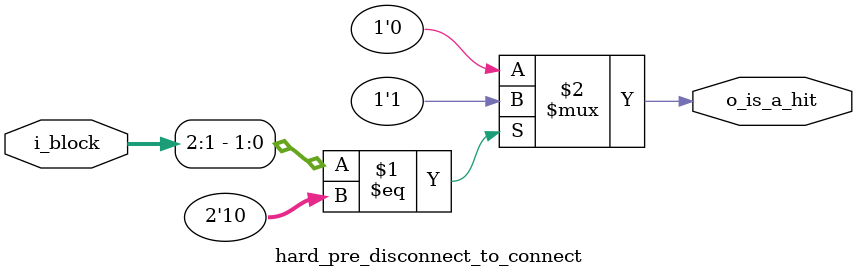
<source format=v>

module to_hard_connect(
	i_block,
	o_is_a_hit
    );
	
	input [5:0] i_block;
	output o_is_a_hit;
	
	assign o_is_a_hit = ({i_block[3],i_block[1]} == 2'b00) ? 1'b1 : 1'b0;
	
endmodule


module detecting_to_start(
	i_block,
	o_is_a_hit
    );
	
	input [5:0] i_block;
	output o_is_a_hit;
	
	assign o_is_a_hit = (i_block==6'b111_100 || i_block==6'b111_101) ? 1'b1 : 1'b0;
	
endmodule

module start_to_connect(
	i_block,
	o_is_a_hit
    );
	
	input [5:0] i_block;
	output o_is_a_hit;
	
	assign o_is_a_hit = (i_block==6'b111_000 || i_block==6'b111_001) ? 1'b1 : 1'b0;
	
endmodule

module to_pre_disconnect(
	i_block,
	o_is_a_hit
    );
	
	input [5:0] i_block;
	output o_is_a_hit;
	
	assign o_is_a_hit = ( {i_block[5:4],i_block[2:1]} == 4'b1101 ) ? 1'b1 : 1'b0;
	
endmodule

module pre_disconnect_to_connect(
	i_block,
	o_is_a_hit
    );
	
	input [5:0] i_block;
	output o_is_a_hit;
	
	assign o_is_a_hit = ( i_block==6'b111_100 || i_block==6'b111_101 ) ? 1'b1 : 1'b0;
	
endmodule

module pre_disconnect_to_self(
	i_block,
	o_is_a_hit
    );
	
	input [5:0] i_block;
	output o_is_a_hit;
	
	assign o_is_a_hit = ( {i_block[5],i_block[2:1]} == 3'b111 ) ? 1'b1 : 1'b0;
	
endmodule

module hard_pre_disconnect_to_self(
	i_block,
	o_is_a_hit
    );
	
	input [5:0] i_block;
	output o_is_a_hit;
	
	assign o_is_a_hit = ( i_block[2:1] == 2'b11 ) ? 1'b1 : 1'b0;
	
endmodule

module hard_connect_to_pre_disconnect(
	i_block,
	o_is_a_hit
    );
	
	input [5:0] i_block;
	output o_is_a_hit;
	
	assign o_is_a_hit = ( i_block[2:1] == 2'b01 ) ? 1'b1 : 1'b0;
	
endmodule

module hard_pre_disconnect_to_connect(
	i_block,
	o_is_a_hit
    );
	
	input [5:0] i_block;
	output o_is_a_hit;
	
	assign o_is_a_hit = ( i_block[2:1] == 2'b10 ) ? 1'b1 : 1'b0;
	
endmodule

</source>
